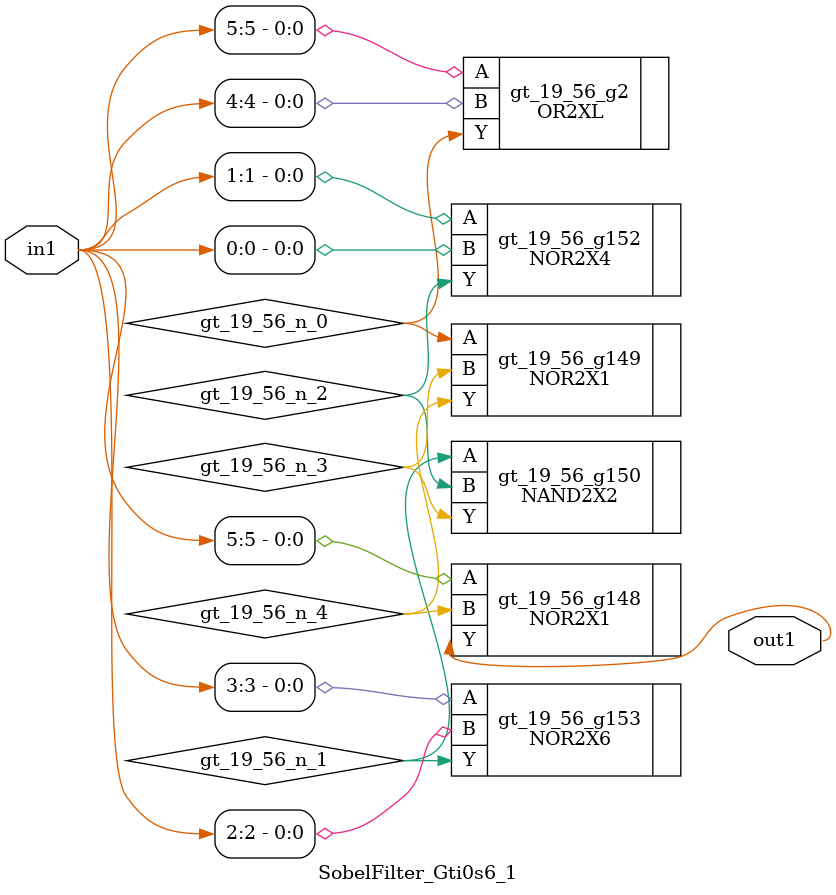
<source format=v>
`timescale 1ps / 1ps


module SobelFilter_Gti0s6_1(in1, out1);
  input [5:0] in1;
  output out1;
  wire [5:0] in1;
  wire out1;
  wire gt_19_56_n_0, gt_19_56_n_1, gt_19_56_n_2, gt_19_56_n_3,
       gt_19_56_n_4;
  NOR2X1 gt_19_56_g148(.A (in1[5]), .B (gt_19_56_n_4), .Y (out1));
  NOR2X1 gt_19_56_g149(.A (gt_19_56_n_0), .B (gt_19_56_n_3), .Y
       (gt_19_56_n_4));
  NAND2X2 gt_19_56_g150(.A (gt_19_56_n_1), .B (gt_19_56_n_2), .Y
       (gt_19_56_n_3));
  NOR2X4 gt_19_56_g152(.A (in1[1]), .B (in1[0]), .Y (gt_19_56_n_2));
  NOR2X6 gt_19_56_g153(.A (in1[3]), .B (in1[2]), .Y (gt_19_56_n_1));
  OR2XL gt_19_56_g2(.A (in1[5]), .B (in1[4]), .Y (gt_19_56_n_0));
endmodule



</source>
